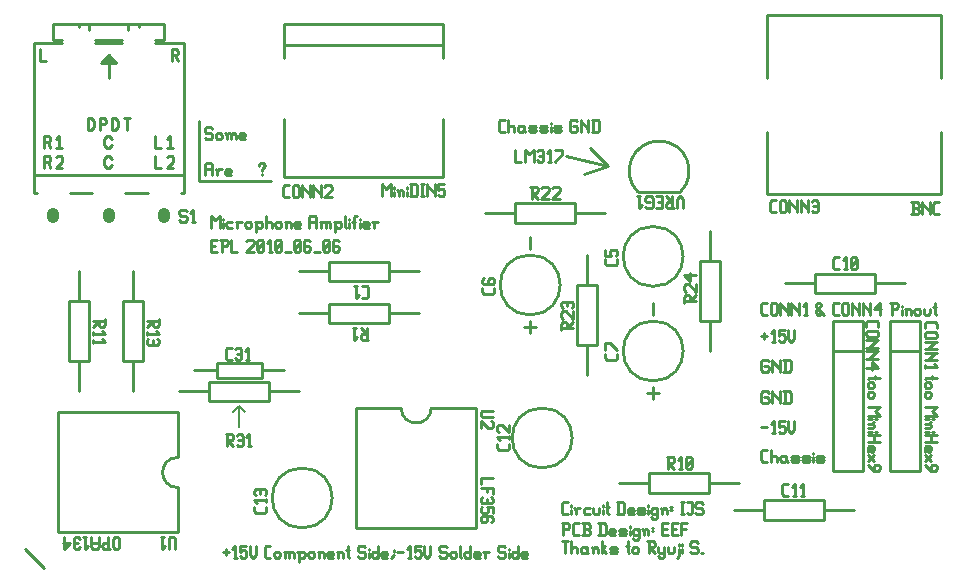
<source format=gbr>
G04 start of page 8 for group -4079 idx -4079 *
G04 Title: (unknown), topsilk *
G04 Creator: pcb 20110918 *
G04 CreationDate: Tue Dec 24 19:59:21 2013 UTC *
G04 For: fosse *
G04 Format: Gerber/RS-274X *
G04 PCB-Dimensions: 316500 193500 *
G04 PCB-Coordinate-Origin: lower left *
%MOIN*%
%FSLAX25Y25*%
%LNTOPSILK*%
%ADD90C,0.0400*%
%ADD89C,0.0060*%
%ADD88C,0.0110*%
%ADD87C,0.0100*%
G54D87*X62000Y135000D02*X86000D01*
X62000Y155000D02*Y135000D01*
G54D88*X4000Y12500D02*X10500Y6000D01*
G54D89*X75500Y53000D02*Y60000D01*
X73500Y58000D01*
X75500Y60000D02*X77500Y58000D01*
G54D87*X198500Y140000D02*X184500Y143500D01*
X198500Y140000D02*X192500Y146000D01*
X198500Y140000D02*X190500Y137500D01*
X299500Y124050D02*X301480D01*
X301975Y124545D01*
Y125535D02*Y124545D01*
X301480Y126030D02*X301975Y125535D01*
X299995Y126030D02*X301480D01*
X299995Y128010D02*Y124050D01*
X299500Y128010D02*X301480D01*
X301975Y127515D01*
Y126525D01*
X301480Y126030D02*X301975Y126525D01*
X303163Y128010D02*Y124050D01*
Y128010D02*Y127515D01*
X305638Y125040D01*
Y128010D02*Y124050D01*
X307321D02*X308806D01*
X306826Y124545D02*X307321Y124050D01*
X306826Y127515D02*Y124545D01*
Y127515D02*X307321Y128010D01*
X308806D01*
X304545Y69505D02*X308010D01*
X304545D02*X304050Y69010D01*
X306525Y70000D02*Y69010D01*
X304545Y68020D02*X305535D01*
X306030Y67525D01*
Y66535D01*
X305535Y66040D01*
X304545D02*X305535D01*
X304050Y66535D02*X304545Y66040D01*
X304050Y67525D02*Y66535D01*
X304545Y68020D02*X304050Y67525D01*
X304545Y64852D02*X305535D01*
X306030Y64357D01*
Y63367D01*
X305535Y62872D01*
X304545D02*X305535D01*
X304050Y63367D02*X304545Y62872D01*
X304050Y64357D02*Y63367D01*
X304545Y64852D02*X304050Y64357D01*
Y59902D02*X308010D01*
X306525Y58417D01*
X308010Y56932D01*
X304050D02*X308010D01*
X306525Y55744D02*X307020D01*
X304050D02*X305535D01*
X304050Y54259D02*X305535D01*
X306030Y53764D01*
Y53269D01*
X305535Y52774D01*
X304050D02*X305535D01*
X306030Y54754D02*X305535Y54259D01*
X306525Y51586D02*X307020D01*
X304050D02*X305535D01*
X304050Y50596D02*X308010D01*
X304050Y48121D02*X308010D01*
X306030Y50596D02*Y48121D01*
X304050Y46438D02*Y44953D01*
X304545Y46933D02*X304050Y46438D01*
X304545Y46933D02*X305535D01*
X306030Y46438D01*
Y45448D01*
X305535Y44953D01*
X305040Y46933D02*Y44953D01*
X305535D01*
X306030Y43765D02*X304050Y41785D01*
Y43765D02*X306030Y41785D01*
X304050Y40597D02*X306030Y38617D01*
X307515D01*
X308010Y39112D02*X307515Y38617D01*
X308010Y40102D02*Y39112D01*
X307515Y40597D02*X308010Y40102D01*
X306525Y40597D02*X307515D01*
X306525D02*X306030Y40102D01*
Y38617D01*
X285545Y69505D02*X289010D01*
X285545D02*X285050Y69010D01*
X287525Y70000D02*Y69010D01*
X285545Y68020D02*X286535D01*
X287030Y67525D01*
Y66535D01*
X286535Y66040D01*
X285545D02*X286535D01*
X285050Y66535D02*X285545Y66040D01*
X285050Y67525D02*Y66535D01*
X285545Y68020D02*X285050Y67525D01*
X285545Y64852D02*X286535D01*
X287030Y64357D01*
Y63367D01*
X286535Y62872D01*
X285545D02*X286535D01*
X285050Y63367D02*X285545Y62872D01*
X285050Y64357D02*Y63367D01*
X285545Y64852D02*X285050Y64357D01*
Y59902D02*X289010D01*
X287525Y58417D01*
X289010Y56932D01*
X285050D02*X289010D01*
X287525Y55744D02*X288020D01*
X285050D02*X286535D01*
X285050Y54259D02*X286535D01*
X287030Y53764D01*
Y53269D01*
X286535Y52774D01*
X285050D02*X286535D01*
X287030Y54754D02*X286535Y54259D01*
X287525Y51586D02*X288020D01*
X285050D02*X286535D01*
X285050Y50596D02*X289010D01*
X285050Y48121D02*X289010D01*
X287030Y50596D02*Y48121D01*
X285050Y46438D02*Y44953D01*
X285545Y46933D02*X285050Y46438D01*
X285545Y46933D02*X286535D01*
X287030Y46438D01*
Y45448D01*
X286535Y44953D01*
X286040Y46933D02*Y44953D01*
X286535D01*
X287030Y43765D02*X285050Y41785D01*
Y43765D02*X287030Y41785D01*
X285050Y40597D02*X287030Y38617D01*
X288515D01*
X289010Y39112D02*X288515Y38617D01*
X289010Y40102D02*Y39112D01*
X288515Y40597D02*X289010Y40102D01*
X287525Y40597D02*X288515D01*
X287525D02*X287030Y40102D01*
Y38617D01*
X250000Y90500D02*X251500D01*
X249500Y91000D02*X250000Y90500D01*
X249500Y94000D02*Y91000D01*
Y94000D02*X250000Y94500D01*
X251500D01*
X252700Y94000D02*Y91000D01*
Y94000D02*X253200Y94500D01*
X254200D01*
X254700Y94000D01*
Y91000D01*
X254200Y90500D02*X254700Y91000D01*
X253200Y90500D02*X254200D01*
X252700Y91000D02*X253200Y90500D01*
X255900Y94500D02*Y90500D01*
Y94500D02*Y94000D01*
X258400Y91500D01*
Y94500D02*Y90500D01*
X259600Y94500D02*Y90500D01*
Y94500D02*Y94000D01*
X262100Y91500D01*
Y94500D02*Y90500D01*
X263800D02*X264800D01*
X264300Y94500D02*Y90500D01*
X263300Y93500D02*X264300Y94500D01*
X267800Y91000D02*X268300Y90500D01*
X267800Y94000D02*Y93000D01*
Y94000D02*X268300Y94500D01*
X267800Y92000D02*X269300Y93500D01*
X268300Y90500D02*X268800D01*
X269800Y91500D01*
X267800Y93000D02*X270300Y90500D01*
X268300Y94500D02*X268800D01*
X269300Y94000D01*
Y93500D01*
X267800Y92000D02*Y91000D01*
X273800Y90500D02*X275300D01*
X273300Y91000D02*X273800Y90500D01*
X273300Y94000D02*Y91000D01*
Y94000D02*X273800Y94500D01*
X275300D01*
X276500Y94000D02*Y91000D01*
Y94000D02*X277000Y94500D01*
X278000D01*
X278500Y94000D01*
Y91000D01*
X278000Y90500D02*X278500Y91000D01*
X277000Y90500D02*X278000D01*
X276500Y91000D02*X277000Y90500D01*
X279700Y94500D02*Y90500D01*
Y94500D02*Y94000D01*
X282200Y91500D01*
Y94500D02*Y90500D01*
X283400Y94500D02*Y90500D01*
Y94500D02*Y94000D01*
X285900Y91500D01*
Y94500D02*Y90500D01*
X287100Y92500D02*X289100Y94500D01*
X287100Y92500D02*X289600D01*
X289100Y94500D02*Y90500D01*
X293100Y94500D02*Y90500D01*
X292600Y94500D02*X294600D01*
X295100Y94000D01*
Y93000D01*
X294600Y92500D02*X295100Y93000D01*
X293100Y92500D02*X294600D01*
X296300Y93500D02*Y93000D01*
Y92000D02*Y90500D01*
X297800Y92000D02*Y90500D01*
Y92000D02*X298300Y92500D01*
X298800D01*
X299300Y92000D01*
Y90500D01*
X297300Y92500D02*X297800Y92000D01*
X300500D02*Y91000D01*
Y92000D02*X301000Y92500D01*
X302000D01*
X302500Y92000D01*
Y91000D01*
X302000Y90500D02*X302500Y91000D01*
X301000Y90500D02*X302000D01*
X300500Y91000D02*X301000Y90500D01*
X303700Y92500D02*Y91000D01*
X304200Y90500D01*
X305200D01*
X305700Y91000D01*
Y92500D02*Y91000D01*
X307400Y94500D02*Y91000D01*
X307900Y90500D01*
X306900Y93000D02*X307900D01*
X249500Y83530D02*X251480D01*
X250490Y84520D02*Y82540D01*
X253163Y81550D02*X254153D01*
X253658Y85510D02*Y81550D01*
X252668Y84520D02*X253658Y85510D01*
X255341D02*X257321D01*
X255341D02*Y83530D01*
X255836Y84025D01*
X256826D01*
X257321Y83530D01*
Y82045D01*
X256826Y81550D02*X257321Y82045D01*
X255836Y81550D02*X256826D01*
X255341Y82045D02*X255836Y81550D01*
X258509Y85510D02*Y82540D01*
X259499Y81550D01*
X260489Y82540D01*
Y85510D02*Y82540D01*
X251480Y75510D02*X251975Y75015D01*
X249995Y75510D02*X251480D01*
X249500Y75015D02*X249995Y75510D01*
X249500Y75015D02*Y72045D01*
X249995Y71550D01*
X251480D01*
X251975Y72045D01*
Y73035D02*Y72045D01*
X251480Y73530D02*X251975Y73035D01*
X250490Y73530D02*X251480D01*
X253163Y75510D02*Y71550D01*
Y75510D02*Y75015D01*
X255638Y72540D01*
Y75510D02*Y71550D01*
X257321Y75510D02*Y71550D01*
X258806Y75510D02*X259301Y75015D01*
Y72045D01*
X258806Y71550D02*X259301Y72045D01*
X256826Y71550D02*X258806D01*
X256826Y75510D02*X258806D01*
X251480Y65010D02*X251975Y64515D01*
X249995Y65010D02*X251480D01*
X249500Y64515D02*X249995Y65010D01*
X249500Y64515D02*Y61545D01*
X249995Y61050D01*
X251480D01*
X251975Y61545D01*
Y62535D02*Y61545D01*
X251480Y63030D02*X251975Y62535D01*
X250490Y63030D02*X251480D01*
X253163Y65010D02*Y61050D01*
Y65010D02*Y64515D01*
X255638Y62040D01*
Y65010D02*Y61050D01*
X257321Y65010D02*Y61050D01*
X258806Y65010D02*X259301Y64515D01*
Y61545D01*
X258806Y61050D02*X259301Y61545D01*
X256826Y61050D02*X258806D01*
X256826Y65010D02*X258806D01*
X249995Y41550D02*X251480D01*
X249500Y42045D02*X249995Y41550D01*
X249500Y45015D02*Y42045D01*
Y45015D02*X249995Y45510D01*
X251480D01*
X252668D02*Y41550D01*
Y43035D02*X253163Y43530D01*
X254153D01*
X254648Y43035D01*
Y41550D01*
X257321Y43530D02*X257816Y43035D01*
X256331Y43530D02*X257321D01*
X255836Y43035D02*X256331Y43530D01*
X255836Y43035D02*Y42045D01*
X256331Y41550D01*
X257816Y43530D02*Y42045D01*
X258311Y41550D01*
X256331D02*X257321D01*
X257816Y42045D01*
X259994Y41550D02*X261479D01*
X261974Y42045D01*
X261479Y42540D02*X261974Y42045D01*
X259994Y42540D02*X261479D01*
X259499Y43035D02*X259994Y42540D01*
X259499Y43035D02*X259994Y43530D01*
X261479D01*
X261974Y43035D01*
X259499Y42045D02*X259994Y41550D01*
X263657D02*X265142D01*
X265637Y42045D01*
X265142Y42540D02*X265637Y42045D01*
X263657Y42540D02*X265142D01*
X263162Y43035D02*X263657Y42540D01*
X263162Y43035D02*X263657Y43530D01*
X265142D01*
X265637Y43035D01*
X263162Y42045D02*X263657Y41550D01*
X266825Y44520D02*Y44025D01*
Y43035D02*Y41550D01*
X268310D02*X269795D01*
X270290Y42045D01*
X269795Y42540D02*X270290Y42045D01*
X268310Y42540D02*X269795D01*
X267815Y43035D02*X268310Y42540D01*
X267815Y43035D02*X268310Y43530D01*
X269795D01*
X270290Y43035D01*
X267815Y42045D02*X268310Y41550D01*
X249500Y53030D02*X251480D01*
X253163Y51050D02*X254153D01*
X253658Y55010D02*Y51050D01*
X252668Y54020D02*X253658Y55010D01*
X255341D02*X257321D01*
X255341D02*Y53030D01*
X255836Y53525D01*
X256826D01*
X257321Y53030D01*
Y51545D01*
X256826Y51050D02*X257321Y51545D01*
X255836Y51050D02*X256826D01*
X255341Y51545D02*X255836Y51050D01*
X258509Y55010D02*Y52040D01*
X259499Y51050D01*
X260489Y52040D01*
Y55010D02*Y52040D01*
X156050Y36000D02*X160010D01*
X156050D02*Y34020D01*
Y32832D02*X160010D01*
Y30852D01*
X158030Y32832D02*Y31347D01*
X159515Y29664D02*X160010Y29169D01*
Y28179D01*
X159515Y27684D01*
X156545D02*X159515D01*
X156050Y28179D02*X156545Y27684D01*
X156050Y29169D02*Y28179D01*
X156545Y29664D02*X156050Y29169D01*
X158030D02*Y27684D01*
X160010Y26496D02*Y24516D01*
X158030Y26496D02*X160010D01*
X158030D02*X158525Y26001D01*
Y25011D01*
X158030Y24516D01*
X156545D02*X158030D01*
X156050Y25011D02*X156545Y24516D01*
X156050Y26001D02*Y25011D01*
X156545Y26496D02*X156050Y26001D01*
X160010Y21843D02*X159515Y21348D01*
X160010Y22833D02*Y21843D01*
X159515Y23328D02*X160010Y22833D01*
X156545Y23328D02*X159515D01*
X156545D02*X156050Y22833D01*
X158030Y21843D02*X157535Y21348D01*
X158030Y23328D02*Y21843D01*
X156050Y22833D02*Y21843D01*
X156545Y21348D01*
X157535D01*
X70000Y11530D02*X71980D01*
X70990Y12520D02*Y10540D01*
X73663Y9550D02*X74653D01*
X74158Y13510D02*Y9550D01*
X73168Y12520D02*X74158Y13510D01*
X75841D02*X77821D01*
X75841D02*Y11530D01*
X76336Y12025D01*
X77326D01*
X77821Y11530D01*
Y10045D01*
X77326Y9550D02*X77821Y10045D01*
X76336Y9550D02*X77326D01*
X75841Y10045D02*X76336Y9550D01*
X79009Y13510D02*Y10540D01*
X79999Y9550D01*
X80989Y10540D01*
Y13510D02*Y10540D01*
X84454Y9550D02*X85939D01*
X83959Y10045D02*X84454Y9550D01*
X83959Y13015D02*Y10045D01*
Y13015D02*X84454Y13510D01*
X85939D01*
X87127Y11035D02*Y10045D01*
Y11035D02*X87622Y11530D01*
X88612D01*
X89107Y11035D01*
Y10045D01*
X88612Y9550D02*X89107Y10045D01*
X87622Y9550D02*X88612D01*
X87127Y10045D02*X87622Y9550D01*
X90790Y11035D02*Y9550D01*
Y11035D02*X91285Y11530D01*
X91780D01*
X92275Y11035D01*
Y9550D01*
Y11035D02*X92770Y11530D01*
X93265D01*
X93760Y11035D01*
Y9550D01*
X90295Y11530D02*X90790Y11035D01*
X95443D02*Y8065D01*
X94948Y11530D02*X95443Y11035D01*
X95938Y11530D01*
X96928D01*
X97423Y11035D01*
Y10045D01*
X96928Y9550D02*X97423Y10045D01*
X95938Y9550D02*X96928D01*
X95443Y10045D02*X95938Y9550D01*
X98611Y11035D02*Y10045D01*
Y11035D02*X99106Y11530D01*
X100096D01*
X100591Y11035D01*
Y10045D01*
X100096Y9550D02*X100591Y10045D01*
X99106Y9550D02*X100096D01*
X98611Y10045D02*X99106Y9550D01*
X102274Y11035D02*Y9550D01*
Y11035D02*X102769Y11530D01*
X103264D01*
X103759Y11035D01*
Y9550D01*
X101779Y11530D02*X102274Y11035D01*
X105442Y9550D02*X106927D01*
X104947Y10045D02*X105442Y9550D01*
X104947Y11035D02*Y10045D01*
Y11035D02*X105442Y11530D01*
X106432D01*
X106927Y11035D01*
X104947Y10540D02*X106927D01*
Y11035D02*Y10540D01*
X108610Y11035D02*Y9550D01*
Y11035D02*X109105Y11530D01*
X109600D01*
X110095Y11035D01*
Y9550D01*
X108115Y11530D02*X108610Y11035D01*
X111778Y13510D02*Y10045D01*
X112273Y9550D01*
X111283Y12025D02*X112273D01*
X117025Y13510D02*X117520Y13015D01*
X115540Y13510D02*X117025D01*
X115045Y13015D02*X115540Y13510D01*
X115045Y13015D02*Y12025D01*
X115540Y11530D01*
X117025D01*
X117520Y11035D01*
Y10045D01*
X117025Y9550D02*X117520Y10045D01*
X115540Y9550D02*X117025D01*
X115045Y10045D02*X115540Y9550D01*
X118708Y12520D02*Y12025D01*
Y11035D02*Y9550D01*
X121678Y13510D02*Y9550D01*
X121183D02*X121678Y10045D01*
X120193Y9550D02*X121183D01*
X119698Y10045D02*X120193Y9550D01*
X119698Y11035D02*Y10045D01*
Y11035D02*X120193Y11530D01*
X121183D01*
X121678Y11035D01*
X123361Y9550D02*X124846D01*
X122866Y10045D02*X123361Y9550D01*
X122866Y11035D02*Y10045D01*
Y11035D02*X123361Y11530D01*
X124351D01*
X124846Y11035D01*
X122866Y10540D02*X124846D01*
Y11035D02*Y10540D01*
X126034Y9550D02*X127024Y10540D01*
Y12025D02*Y11530D01*
X128212D02*X130192D01*
X131875Y9550D02*X132865D01*
X132370Y13510D02*Y9550D01*
X131380Y12520D02*X132370Y13510D01*
X134053D02*X136033D01*
X134053D02*Y11530D01*
X134548Y12025D01*
X135538D01*
X136033Y11530D01*
Y10045D01*
X135538Y9550D02*X136033Y10045D01*
X134548Y9550D02*X135538D01*
X134053Y10045D02*X134548Y9550D01*
X137221Y13510D02*Y10540D01*
X138211Y9550D01*
X139201Y10540D01*
Y13510D02*Y10540D01*
X144151Y13510D02*X144646Y13015D01*
X142666Y13510D02*X144151D01*
X142171Y13015D02*X142666Y13510D01*
X142171Y13015D02*Y12025D01*
X142666Y11530D01*
X144151D01*
X144646Y11035D01*
Y10045D01*
X144151Y9550D02*X144646Y10045D01*
X142666Y9550D02*X144151D01*
X142171Y10045D02*X142666Y9550D01*
X145834Y11035D02*Y10045D01*
Y11035D02*X146329Y11530D01*
X147319D01*
X147814Y11035D01*
Y10045D01*
X147319Y9550D02*X147814Y10045D01*
X146329Y9550D02*X147319D01*
X145834Y10045D02*X146329Y9550D01*
X149002Y13510D02*Y10045D01*
X149497Y9550D01*
X152467Y13510D02*Y9550D01*
X151972D02*X152467Y10045D01*
X150982Y9550D02*X151972D01*
X150487Y10045D02*X150982Y9550D01*
X150487Y11035D02*Y10045D01*
Y11035D02*X150982Y11530D01*
X151972D01*
X152467Y11035D01*
X154150Y9550D02*X155635D01*
X153655Y10045D02*X154150Y9550D01*
X153655Y11035D02*Y10045D01*
Y11035D02*X154150Y11530D01*
X155140D01*
X155635Y11035D01*
X153655Y10540D02*X155635D01*
Y11035D02*Y10540D01*
X157318Y11035D02*Y9550D01*
Y11035D02*X157813Y11530D01*
X158803D01*
X156823D02*X157318Y11035D01*
X163753Y13510D02*X164248Y13015D01*
X162268Y13510D02*X163753D01*
X161773Y13015D02*X162268Y13510D01*
X161773Y13015D02*Y12025D01*
X162268Y11530D01*
X163753D01*
X164248Y11035D01*
Y10045D01*
X163753Y9550D02*X164248Y10045D01*
X162268Y9550D02*X163753D01*
X161773Y10045D02*X162268Y9550D01*
X165436Y12520D02*Y12025D01*
Y11035D02*Y9550D01*
X168406Y13510D02*Y9550D01*
X167911D02*X168406Y10045D01*
X166921Y9550D02*X167911D01*
X166426Y10045D02*X166921Y9550D01*
X166426Y11035D02*Y10045D01*
Y11035D02*X166921Y11530D01*
X167911D01*
X168406Y11035D01*
X170089Y9550D02*X171574D01*
X169594Y10045D02*X170089Y9550D01*
X169594Y11035D02*Y10045D01*
Y11035D02*X170089Y11530D01*
X171079D01*
X171574Y11035D01*
X169594Y10540D02*X171574D01*
Y11035D02*Y10540D01*
X35500Y15955D02*Y12985D01*
X35005Y12490D01*
X34015D02*X35005D01*
X34015D02*X33520Y12985D01*
Y15955D02*Y12985D01*
X34015Y16450D02*X33520Y15955D01*
X34015Y16450D02*X35005D01*
X35500Y15955D02*X35005Y16450D01*
X31837D02*Y12490D01*
X30352D02*X32332D01*
X30352D02*X29857Y12985D01*
Y13975D02*Y12985D01*
X30352Y14470D02*X29857Y13975D01*
X30352Y14470D02*X31837D01*
X28669Y16450D02*Y12985D01*
X28174Y12490D01*
X26689D02*X28174D01*
X26689D02*X26194Y12985D01*
Y16450D02*Y12985D01*
Y14470D02*X28669D01*
X23521Y16450D02*X24511D01*
X24016D02*Y12490D01*
X25006Y13480D02*X24016Y12490D01*
X22333Y12985D02*X21838Y12490D01*
X20848D02*X21838D01*
X20848D02*X20353Y12985D01*
Y15955D02*Y12985D01*
X20848Y16450D02*X20353Y15955D01*
X20848Y16450D02*X21838D01*
X22333Y15955D02*X21838Y16450D01*
X20353Y14470D02*X21838D01*
X19165D02*X17185Y12490D01*
X16690Y14470D02*X19165D01*
X17185Y16450D02*Y12490D01*
X162495Y151550D02*X163980D01*
X162000Y152045D02*X162495Y151550D01*
X162000Y155015D02*Y152045D01*
Y155015D02*X162495Y155510D01*
X163980D01*
X165168D02*Y151550D01*
Y153035D02*X165663Y153530D01*
X166653D01*
X167148Y153035D01*
Y151550D01*
X169821Y153530D02*X170316Y153035D01*
X168831Y153530D02*X169821D01*
X168336Y153035D02*X168831Y153530D01*
X168336Y153035D02*Y152045D01*
X168831Y151550D01*
X170316Y153530D02*Y152045D01*
X170811Y151550D01*
X168831D02*X169821D01*
X170316Y152045D01*
X172494Y151550D02*X173979D01*
X174474Y152045D01*
X173979Y152540D02*X174474Y152045D01*
X172494Y152540D02*X173979D01*
X171999Y153035D02*X172494Y152540D01*
X171999Y153035D02*X172494Y153530D01*
X173979D01*
X174474Y153035D01*
X171999Y152045D02*X172494Y151550D01*
X176157D02*X177642D01*
X178137Y152045D01*
X177642Y152540D02*X178137Y152045D01*
X176157Y152540D02*X177642D01*
X175662Y153035D02*X176157Y152540D01*
X175662Y153035D02*X176157Y153530D01*
X177642D01*
X178137Y153035D01*
X175662Y152045D02*X176157Y151550D01*
X179325Y154520D02*Y154025D01*
Y153035D02*Y151550D01*
X180810D02*X182295D01*
X182790Y152045D01*
X182295Y152540D02*X182790Y152045D01*
X180810Y152540D02*X182295D01*
X180315Y153035D02*X180810Y152540D01*
X180315Y153035D02*X180810Y153530D01*
X182295D01*
X182790Y153035D01*
X180315Y152045D02*X180810Y151550D01*
X187740Y155510D02*X188235Y155015D01*
X186255Y155510D02*X187740D01*
X185760Y155015D02*X186255Y155510D01*
X185760Y155015D02*Y152045D01*
X186255Y151550D01*
X187740D01*
X188235Y152045D01*
Y153035D02*Y152045D01*
X187740Y153530D02*X188235Y153035D01*
X186750Y153530D02*X187740D01*
X189423Y155510D02*Y151550D01*
Y155510D02*Y155015D01*
X191898Y152540D01*
Y155510D02*Y151550D01*
X193581Y155510D02*Y151550D01*
X195066Y155510D02*X195561Y155015D01*
Y152045D01*
X195066Y151550D02*X195561Y152045D01*
X193086Y151550D02*X195066D01*
X193086Y155510D02*X195066D01*
X64000Y140515D02*Y137050D01*
Y140515D02*X64495Y141010D01*
X65980D01*
X66475Y140515D01*
Y137050D01*
X64000Y139030D02*X66475D01*
X68158Y138535D02*Y137050D01*
Y138535D02*X68653Y139030D01*
X69643D01*
X67663D02*X68158Y138535D01*
X71326Y137050D02*X72811D01*
X70831Y137545D02*X71326Y137050D01*
X70831Y138535D02*Y137545D01*
Y138535D02*X71326Y139030D01*
X72316D01*
X72811Y138535D01*
X70831Y138040D02*X72811D01*
Y138535D02*Y138040D01*
X123000Y134010D02*Y130050D01*
Y134010D02*X124485Y132525D01*
X125970Y134010D01*
Y130050D01*
X127158Y133020D02*Y132525D01*
Y131535D02*Y130050D01*
X128643Y131535D02*Y130050D01*
Y131535D02*X129138Y132030D01*
X129633D01*
X130128Y131535D01*
Y130050D01*
X128148Y132030D02*X128643Y131535D01*
X131316Y133020D02*Y132525D01*
Y131535D02*Y130050D01*
X132801Y134010D02*Y130050D01*
X134286Y134010D02*X134781Y133515D01*
Y130545D01*
X134286Y130050D02*X134781Y130545D01*
X132306Y130050D02*X134286D01*
X132306Y134010D02*X134286D01*
X135969D02*X136959D01*
X136464D02*Y130050D01*
X135969D02*X136959D01*
X138147Y134010D02*Y130050D01*
Y134010D02*Y133515D01*
X140622Y131040D01*
Y134010D02*Y130050D01*
X141810Y134010D02*X143790D01*
X141810D02*Y132030D01*
X142305Y132525D01*
X143295D01*
X143790Y132030D01*
Y130545D01*
X143295Y130050D02*X143790Y130545D01*
X142305Y130050D02*X143295D01*
X141810Y130545D02*X142305Y130050D01*
X82990Y139030D02*Y138535D01*
Y137545D02*Y137050D01*
X82000Y140515D02*Y140020D01*
Y140515D02*X82495Y141010D01*
X83485D01*
X83980Y140515D01*
Y140020D01*
X82990Y139030D02*X83980Y140020D01*
X167500Y145510D02*Y141550D01*
X169480D01*
X170668Y145510D02*Y141550D01*
Y145510D02*X172153Y144025D01*
X173638Y145510D01*
Y141550D01*
X174826Y145015D02*X175321Y145510D01*
X176311D01*
X176806Y145015D01*
Y142045D01*
X176311Y141550D02*X176806Y142045D01*
X175321Y141550D02*X176311D01*
X174826Y142045D02*X175321Y141550D01*
Y143530D02*X176806D01*
X178489Y141550D02*X179479D01*
X178984Y145510D02*Y141550D01*
X177994Y144520D02*X178984Y145510D01*
X180667Y141550D02*X183142Y144025D01*
Y145510D02*Y144025D01*
X180667Y145510D02*X183142D01*
X65980Y153010D02*X66475Y152515D01*
X64495Y153010D02*X65980D01*
X64000Y152515D02*X64495Y153010D01*
X64000Y152515D02*Y151525D01*
X64495Y151030D01*
X65980D01*
X66475Y150535D01*
Y149545D01*
X65980Y149050D02*X66475Y149545D01*
X64495Y149050D02*X65980D01*
X64000Y149545D02*X64495Y149050D01*
X67663Y150535D02*Y149545D01*
Y150535D02*X68158Y151030D01*
X69148D01*
X69643Y150535D01*
Y149545D01*
X69148Y149050D02*X69643Y149545D01*
X68158Y149050D02*X69148D01*
X67663Y149545D02*X68158Y149050D01*
X71326Y150535D02*Y149050D01*
Y150535D02*X71821Y151030D01*
X72316D01*
X72811Y150535D01*
Y149050D01*
Y150535D02*X73306Y151030D01*
X73801D01*
X74296Y150535D01*
Y149050D01*
X70831Y151030D02*X71326Y150535D01*
X75979Y149050D02*X77464D01*
X75484Y149545D02*X75979Y149050D01*
X75484Y150535D02*Y149545D01*
Y150535D02*X75979Y151030D01*
X76969D01*
X77464Y150535D01*
X75484Y150040D02*X77464D01*
Y150535D02*Y150040D01*
X66000Y113500D02*X67500D01*
X66000Y111500D02*X68000D01*
X66000Y115500D02*Y111500D01*
Y115500D02*X68000D01*
X69700D02*Y111500D01*
X69200Y115500D02*X71200D01*
X71700Y115000D01*
Y114000D01*
X71200Y113500D02*X71700Y114000D01*
X69700Y113500D02*X71200D01*
X72900Y115500D02*Y111500D01*
X74900D01*
X77900Y115000D02*X78400Y115500D01*
X79900D01*
X80400Y115000D01*
Y114000D01*
X77900Y111500D02*X80400Y114000D01*
X77900Y111500D02*X80400D01*
X81600Y112000D02*X82100Y111500D01*
X81600Y115000D02*Y112000D01*
Y115000D02*X82100Y115500D01*
X83100D01*
X83600Y115000D01*
Y112000D01*
X83100Y111500D02*X83600Y112000D01*
X82100Y111500D02*X83100D01*
X81600Y112500D02*X83600Y114500D01*
X85300Y111500D02*X86300D01*
X85800Y115500D02*Y111500D01*
X84800Y114500D02*X85800Y115500D01*
X87500Y112000D02*X88000Y111500D01*
X87500Y115000D02*Y112000D01*
Y115000D02*X88000Y115500D01*
X89000D01*
X89500Y115000D01*
Y112000D01*
X89000Y111500D02*X89500Y112000D01*
X88000Y111500D02*X89000D01*
X87500Y112500D02*X89500Y114500D01*
X90700Y111500D02*X92700D01*
X93900Y112000D02*X94400Y111500D01*
X93900Y115000D02*Y112000D01*
Y115000D02*X94400Y115500D01*
X95400D01*
X95900Y115000D01*
Y112000D01*
X95400Y111500D02*X95900Y112000D01*
X94400Y111500D02*X95400D01*
X93900Y112500D02*X95900Y114500D01*
X98600Y115500D02*X99100Y115000D01*
X97600Y115500D02*X98600D01*
X97100Y115000D02*X97600Y115500D01*
X97100Y115000D02*Y112000D01*
X97600Y111500D01*
X98600Y113500D02*X99100Y113000D01*
X97100Y113500D02*X98600D01*
X97600Y111500D02*X98600D01*
X99100Y112000D01*
Y113000D02*Y112000D01*
X100300Y111500D02*X102300D01*
X103500Y112000D02*X104000Y111500D01*
X103500Y115000D02*Y112000D01*
Y115000D02*X104000Y115500D01*
X105000D01*
X105500Y115000D01*
Y112000D01*
X105000Y111500D02*X105500Y112000D01*
X104000Y111500D02*X105000D01*
X103500Y112500D02*X105500Y114500D01*
X108200Y115500D02*X108700Y115000D01*
X107200Y115500D02*X108200D01*
X106700Y115000D02*X107200Y115500D01*
X106700Y115000D02*Y112000D01*
X107200Y111500D01*
X108200Y113500D02*X108700Y113000D01*
X106700Y113500D02*X108200D01*
X107200Y111500D02*X108200D01*
X108700Y112000D01*
Y113000D02*Y112000D01*
X66000Y123510D02*Y119550D01*
Y123510D02*X67485Y122025D01*
X68970Y123510D01*
Y119550D01*
X70158Y122520D02*Y122025D01*
Y121035D02*Y119550D01*
X71643Y121530D02*X73128D01*
X71148Y121035D02*X71643Y121530D01*
X71148Y121035D02*Y120045D01*
X71643Y119550D01*
X73128D01*
X74811Y121035D02*Y119550D01*
Y121035D02*X75306Y121530D01*
X76296D01*
X74316D02*X74811Y121035D01*
X77484D02*Y120045D01*
Y121035D02*X77979Y121530D01*
X78969D01*
X79464Y121035D01*
Y120045D01*
X78969Y119550D02*X79464Y120045D01*
X77979Y119550D02*X78969D01*
X77484Y120045D02*X77979Y119550D01*
X81147Y121035D02*Y118065D01*
X80652Y121530D02*X81147Y121035D01*
X81642Y121530D01*
X82632D01*
X83127Y121035D01*
Y120045D01*
X82632Y119550D02*X83127Y120045D01*
X81642Y119550D02*X82632D01*
X81147Y120045D02*X81642Y119550D01*
X84315Y123510D02*Y119550D01*
Y121035D02*X84810Y121530D01*
X85800D01*
X86295Y121035D01*
Y119550D01*
X87483Y121035D02*Y120045D01*
Y121035D02*X87978Y121530D01*
X88968D01*
X89463Y121035D01*
Y120045D01*
X88968Y119550D02*X89463Y120045D01*
X87978Y119550D02*X88968D01*
X87483Y120045D02*X87978Y119550D01*
X91146Y121035D02*Y119550D01*
Y121035D02*X91641Y121530D01*
X92136D01*
X92631Y121035D01*
Y119550D01*
X90651Y121530D02*X91146Y121035D01*
X94314Y119550D02*X95799D01*
X93819Y120045D02*X94314Y119550D01*
X93819Y121035D02*Y120045D01*
Y121035D02*X94314Y121530D01*
X95304D01*
X95799Y121035D01*
X93819Y120540D02*X95799D01*
Y121035D02*Y120540D01*
X98769Y123015D02*Y119550D01*
Y123015D02*X99264Y123510D01*
X100749D01*
X101244Y123015D01*
Y119550D01*
X98769Y121530D02*X101244D01*
X102927Y121035D02*Y119550D01*
Y121035D02*X103422Y121530D01*
X103917D01*
X104412Y121035D01*
Y119550D01*
Y121035D02*X104907Y121530D01*
X105402D01*
X105897Y121035D01*
Y119550D01*
X102432Y121530D02*X102927Y121035D01*
X107580D02*Y118065D01*
X107085Y121530D02*X107580Y121035D01*
X108075Y121530D01*
X109065D01*
X109560Y121035D01*
Y120045D01*
X109065Y119550D02*X109560Y120045D01*
X108075Y119550D02*X109065D01*
X107580Y120045D02*X108075Y119550D01*
X110748Y123510D02*Y120045D01*
X111243Y119550D01*
X112233Y122520D02*Y122025D01*
Y121035D02*Y119550D01*
X113718Y123015D02*Y119550D01*
Y123015D02*X114213Y123510D01*
X114708D01*
X113223Y121530D02*X114213D01*
X115698Y122520D02*Y122025D01*
Y121035D02*Y119550D01*
X117183D02*X118668D01*
X116688Y120045D02*X117183Y119550D01*
X116688Y121035D02*Y120045D01*
Y121035D02*X117183Y121530D01*
X118173D01*
X118668Y121035D01*
X116688Y120540D02*X118668D01*
Y121035D02*Y120540D01*
X120351Y121035D02*Y119550D01*
Y121035D02*X120846Y121530D01*
X121836D01*
X119856D02*X120351Y121035D01*
X183495Y24050D02*X184980D01*
X183000Y24545D02*X183495Y24050D01*
X183000Y27515D02*Y24545D01*
Y27515D02*X183495Y28010D01*
X184980D01*
X186168Y27020D02*Y26525D01*
Y25535D02*Y24050D01*
X187653Y25535D02*Y24050D01*
Y25535D02*X188148Y26030D01*
X189138D01*
X187158D02*X187653Y25535D01*
X190821Y26030D02*X192306D01*
X190326Y25535D02*X190821Y26030D01*
X190326Y25535D02*Y24545D01*
X190821Y24050D01*
X192306D01*
X193494Y26030D02*Y24545D01*
X193989Y24050D01*
X194979D01*
X195474Y24545D01*
Y26030D02*Y24545D01*
X196662Y27020D02*Y26525D01*
Y25535D02*Y24050D01*
X198147Y28010D02*Y24545D01*
X198642Y24050D01*
X197652Y26525D02*X198642D01*
X201909Y28010D02*Y24050D01*
X203394Y28010D02*X203889Y27515D01*
Y24545D01*
X203394Y24050D02*X203889Y24545D01*
X201414Y24050D02*X203394D01*
X201414Y28010D02*X203394D01*
X205572Y24050D02*X207057D01*
X205077Y24545D02*X205572Y24050D01*
X205077Y25535D02*Y24545D01*
Y25535D02*X205572Y26030D01*
X206562D01*
X207057Y25535D01*
X205077Y25040D02*X207057D01*
Y25535D02*Y25040D01*
X208740Y24050D02*X210225D01*
X210720Y24545D01*
X210225Y25040D02*X210720Y24545D01*
X208740Y25040D02*X210225D01*
X208245Y25535D02*X208740Y25040D01*
X208245Y25535D02*X208740Y26030D01*
X210225D01*
X210720Y25535D01*
X208245Y24545D02*X208740Y24050D01*
X211908Y27020D02*Y26525D01*
Y25535D02*Y24050D01*
X214383Y26030D02*X214878Y25535D01*
X213393Y26030D02*X214383D01*
X212898Y25535D02*X213393Y26030D01*
X212898Y25535D02*Y24545D01*
X213393Y24050D01*
X214383D01*
X214878Y24545D01*
X212898Y23060D02*X213393Y22565D01*
X214383D01*
X214878Y23060D01*
Y26030D02*Y23060D01*
X216561Y25535D02*Y24050D01*
Y25535D02*X217056Y26030D01*
X217551D01*
X218046Y25535D01*
Y24050D01*
X216066Y26030D02*X216561Y25535D01*
X219234Y26525D02*X219729D01*
X219234Y25535D02*X219729D01*
X222699Y28010D02*X223689D01*
X223194D02*Y24050D01*
X222699D02*X223689D01*
X224877Y28010D02*X226362D01*
Y24545D01*
X225867Y24050D02*X226362Y24545D01*
X225372Y24050D02*X225867D01*
X224877Y24545D02*X225372Y24050D01*
X229530Y28010D02*X230025Y27515D01*
X228045Y28010D02*X229530D01*
X227550Y27515D02*X228045Y28010D01*
X227550Y27515D02*Y26525D01*
X228045Y26030D01*
X229530D01*
X230025Y25535D01*
Y24545D01*
X229530Y24050D02*X230025Y24545D01*
X228045Y24050D02*X229530D01*
X227550Y24545D02*X228045Y24050D01*
X183495Y21010D02*Y17050D01*
X183000Y21010D02*X184980D01*
X185475Y20515D01*
Y19525D01*
X184980Y19030D02*X185475Y19525D01*
X183495Y19030D02*X184980D01*
X187158Y17050D02*X188643D01*
X186663Y17545D02*X187158Y17050D01*
X186663Y20515D02*Y17545D01*
Y20515D02*X187158Y21010D01*
X188643D01*
X189831Y17050D02*X191811D01*
X192306Y17545D01*
Y18535D02*Y17545D01*
X191811Y19030D02*X192306Y18535D01*
X190326Y19030D02*X191811D01*
X190326Y21010D02*Y17050D01*
X189831Y21010D02*X191811D01*
X192306Y20515D01*
Y19525D01*
X191811Y19030D02*X192306Y19525D01*
X195771Y21010D02*Y17050D01*
X197256Y21010D02*X197751Y20515D01*
Y17545D01*
X197256Y17050D02*X197751Y17545D01*
X195276Y17050D02*X197256D01*
X195276Y21010D02*X197256D01*
X199434Y17050D02*X200919D01*
X198939Y17545D02*X199434Y17050D01*
X198939Y18535D02*Y17545D01*
Y18535D02*X199434Y19030D01*
X200424D01*
X200919Y18535D01*
X198939Y18040D02*X200919D01*
Y18535D02*Y18040D01*
X202602Y17050D02*X204087D01*
X204582Y17545D01*
X204087Y18040D02*X204582Y17545D01*
X202602Y18040D02*X204087D01*
X202107Y18535D02*X202602Y18040D01*
X202107Y18535D02*X202602Y19030D01*
X204087D01*
X204582Y18535D01*
X202107Y17545D02*X202602Y17050D01*
X205770Y20020D02*Y19525D01*
Y18535D02*Y17050D01*
X208245Y19030D02*X208740Y18535D01*
X207255Y19030D02*X208245D01*
X206760Y18535D02*X207255Y19030D01*
X206760Y18535D02*Y17545D01*
X207255Y17050D01*
X208245D01*
X208740Y17545D01*
X206760Y16060D02*X207255Y15565D01*
X208245D01*
X208740Y16060D01*
Y19030D02*Y16060D01*
X210423Y18535D02*Y17050D01*
Y18535D02*X210918Y19030D01*
X211413D01*
X211908Y18535D01*
Y17050D01*
X209928Y19030D02*X210423Y18535D01*
X213096Y19525D02*X213591D01*
X213096Y18535D02*X213591D01*
X216561Y19030D02*X218046D01*
X216561Y17050D02*X218541D01*
X216561Y21010D02*Y17050D01*
Y21010D02*X218541D01*
X219729Y19030D02*X221214D01*
X219729Y17050D02*X221709D01*
X219729Y21010D02*Y17050D01*
Y21010D02*X221709D01*
X222897D02*Y17050D01*
Y21010D02*X224877D01*
X222897Y19030D02*X224382D01*
X183000Y15000D02*X185000D01*
X184000D02*Y11000D01*
X186200Y15000D02*Y11000D01*
Y12500D02*X186700Y13000D01*
X187700D01*
X188200Y12500D01*
Y11000D01*
X190900Y13000D02*X191400Y12500D01*
X189900Y13000D02*X190900D01*
X189400Y12500D02*X189900Y13000D01*
X189400Y12500D02*Y11500D01*
X189900Y11000D01*
X191400Y13000D02*Y11500D01*
X191900Y11000D01*
X189900D02*X190900D01*
X191400Y11500D01*
X193600Y12500D02*Y11000D01*
Y12500D02*X194100Y13000D01*
X194600D01*
X195100Y12500D01*
Y11000D01*
X193100Y13000D02*X193600Y12500D01*
X196300Y15000D02*Y11000D01*
Y12500D02*X197800Y11000D01*
X196300Y12500D02*X197300Y13500D01*
X199500Y11000D02*X201000D01*
X201500Y11500D01*
X201000Y12000D02*X201500Y11500D01*
X199500Y12000D02*X201000D01*
X199000Y12500D02*X199500Y12000D01*
X199000Y12500D02*X199500Y13000D01*
X201000D01*
X201500Y12500D01*
X199000Y11500D02*X199500Y11000D01*
X205000Y15000D02*Y11500D01*
X205500Y11000D01*
X204500Y13500D02*X205500D01*
X206500Y12500D02*Y11500D01*
Y12500D02*X207000Y13000D01*
X208000D01*
X208500Y12500D01*
Y11500D01*
X208000Y11000D02*X208500Y11500D01*
X207000Y11000D02*X208000D01*
X206500Y11500D02*X207000Y11000D01*
X211500Y15000D02*X213500D01*
X214000Y14500D01*
Y13500D01*
X213500Y13000D02*X214000Y13500D01*
X212000Y13000D02*X213500D01*
X212000Y15000D02*Y11000D01*
Y13000D02*X214000Y11000D01*
X215200Y13000D02*Y11500D01*
X215700Y11000D01*
X217200Y13000D02*Y10000D01*
X216700Y9500D02*X217200Y10000D01*
X215700Y9500D02*X216700D01*
X215200Y10000D02*X215700Y9500D01*
Y11000D02*X216700D01*
X217200Y11500D01*
X218400Y13000D02*Y11500D01*
X218900Y11000D01*
X219900D01*
X220400Y11500D01*
Y13000D02*Y11500D01*
X222100Y14000D02*Y13500D01*
Y12500D02*Y10000D01*
X221600Y9500D02*X222100Y10000D01*
X223100Y14000D02*Y13500D01*
Y12500D02*Y11000D01*
X227900Y15000D02*X228400Y14500D01*
X226400Y15000D02*X227900D01*
X225900Y14500D02*X226400Y15000D01*
X225900Y14500D02*Y13500D01*
X226400Y13000D01*
X227900D01*
X228400Y12500D01*
Y11500D01*
X227900Y11000D02*X228400Y11500D01*
X226400Y11000D02*X227900D01*
X225900Y11500D02*X226400Y11000D01*
X229600D02*X230100D01*
G54D90*X50500Y124000D02*Y123000D01*
G54D87*X57000Y131000D02*Y181000D01*
X42000Y186500D02*Y187500D01*
X8000Y131000D02*X7000D01*
X57000D02*X56000D01*
X19000D02*X26500D01*
X37500D02*X45000D01*
X25500Y185500D02*Y187500D01*
X22000Y186500D02*Y187500D01*
X7000Y181000D02*X16500D01*
X27500D02*X36500D01*
X57000D02*X47500D01*
X16500Y182000D02*X13500D01*
Y187500D01*
X50500D01*
Y182000D01*
X47500D01*
X36500D02*X27500D01*
X38500Y185500D02*Y187500D01*
G54D90*X13500Y124000D02*Y123000D01*
X32000Y124000D02*Y123000D01*
G54D87*X7000Y181000D02*Y131000D01*
Y137000D02*X57000D01*
X32000Y177000D02*Y169500D01*
Y177000D02*X29500Y174500D01*
X34500D01*
X32000Y177000D01*
Y176000D02*X33500Y174500D01*
X30500D02*X32000Y176000D01*
X25000Y156000D02*Y152000D01*
X26000D01*
X27000Y153000D01*
Y155000D01*
X26000Y156000D01*
X25000D01*
X29000Y152000D02*Y156000D01*
X30500D01*
X31000Y155500D01*
Y154500D01*
X30500Y154000D01*
X29500D01*
X35000Y155000D02*X34000Y156000D01*
X33000D01*
X12000Y150000D02*X12500Y149500D01*
Y148500D01*
X12000Y148000D01*
X11000D01*
X10500Y143500D02*X12000D01*
X12500Y143000D01*
Y142000D01*
X12000Y141500D01*
X11000D01*
X12000Y147500D02*X12500Y146000D01*
X12000Y141000D02*X12500Y139500D01*
X53000Y179000D02*Y175000D01*
Y179000D02*X54500D01*
X55000Y178500D01*
Y177500D01*
X54500Y177000D01*
X53500D01*
X54500Y176500D02*X55000Y175000D01*
X9000Y179000D02*Y175000D01*
X11000D01*
X16500Y143000D02*Y141500D01*
X10500Y143500D02*Y139500D01*
X14500Y146000D02*X16500D01*
X15500D02*Y150000D01*
X14500Y149000D01*
X47500Y139500D02*X49500D01*
X14500D02*X16500D01*
X52000Y143500D02*X53000D01*
X51500Y143000D02*X52000Y143500D01*
X53000D02*X53500Y143000D01*
Y141500D01*
X51500Y139500D01*
X53500D01*
X47500Y150000D02*Y146000D01*
X49500D01*
X51500D02*X53500D01*
X52500D02*Y150000D01*
X51500Y149000D01*
X47500Y143500D02*Y139500D01*
X16500Y141500D02*X14500Y139500D01*
Y143000D02*X15000Y143500D01*
X16000D02*X16500Y143000D01*
X15000Y143500D02*X16000D01*
X10500Y150000D02*Y146000D01*
Y150000D02*X12000D01*
X33000Y156000D02*Y152000D01*
X34000D01*
X35000Y153000D01*
Y155000D01*
X37000Y156000D02*X39000D01*
X38000D02*Y152000D01*
X30500Y142500D02*Y140500D01*
Y149000D02*Y147000D01*
X31500Y150000D02*X30500Y149000D01*
Y147000D02*X31500Y146000D01*
X32000D02*X33000Y147000D01*
X31500Y146000D02*X32000D01*
Y150000D02*X31500D01*
X33000Y142500D02*X32000Y143500D01*
X31500D01*
X30500Y142500D01*
Y140500D02*X31500Y139500D01*
X32000D02*X33000Y140500D01*
X31500Y139500D02*X32000D01*
X33000Y149000D02*X32000Y150000D01*
X15000Y58000D02*X55000D01*
X15000D02*Y18000D01*
X55000D01*
Y58000D02*Y43000D01*
Y33000D02*Y18000D01*
Y43000D02*G75*G03X55000Y33000I0J-5000D01*G01*
X96500Y19500D02*G75*G03X96500Y19500I0J10000D01*G01*
X40000Y105000D02*Y95000D01*
Y75000D02*Y65000D01*
X43300Y95000D02*Y75000D01*
X36700D02*X43300D01*
X36700Y95000D02*Y75000D01*
Y95000D02*X43300D01*
X68000Y74500D02*Y69500D01*
X83000D01*
Y74500D02*Y69500D01*
X68000Y74500D02*X83000D01*
Y72000D02*X90500D01*
X60500D02*X68000D01*
X22000Y105000D02*Y95000D01*
Y75000D02*Y65000D01*
X25300Y95000D02*Y75000D01*
X18700D02*X25300D01*
X18700Y95000D02*Y75000D01*
Y95000D02*X25300D01*
X55500Y65000D02*X65500D01*
X85500D02*X95500D01*
X65500Y68300D02*X85500D01*
Y61700D01*
X65500D02*X85500D01*
X65500Y68300D02*Y61700D01*
X191500Y80500D02*Y70500D01*
Y110500D02*Y100500D01*
X188200D02*Y80500D01*
Y100500D02*X194800D01*
Y80500D01*
X188200D02*X194800D01*
X172500Y88500D02*Y84500D01*
X170500Y86500D02*X174500D01*
X172500Y116500D02*Y112500D01*
Y90500D02*G75*G03X172500Y90500I0J10000D01*G01*
X176500Y39500D02*G75*G03X176500Y39500I0J10000D01*G01*
X309500Y190350D02*X251500D01*
X309500Y130650D02*Y151500D01*
X251500Y130650D02*X309500D01*
X251500Y190350D02*Y169500D01*
X309500Y190350D02*Y169500D01*
X251500Y130650D02*Y151500D01*
X309500Y189516D03*
X208500Y131500D02*X222500D01*
X222571Y131429D02*G75*G03X208429Y131429I-7071J7071D01*G01*
X90425Y180500D02*X143574D01*
X90425Y136406D02*Y155737D01*
Y187390D02*X143575D01*
Y136406D02*X90425D01*
Y187390D02*Y176052D01*
X143575Y187390D02*Y176052D01*
Y136406D02*Y155737D01*
X157500Y124500D02*X167500D01*
X187500D02*X197500D01*
X167500Y127800D02*X187500D01*
Y121200D01*
X167500D01*
Y127800D01*
X213500Y100000D02*G75*G03X213500Y100000I0J10000D01*G01*
X232500Y88500D02*Y78500D01*
Y118500D02*Y108500D01*
X229200D02*Y88500D01*
Y108500D02*X235800D01*
Y88500D01*
X229200D02*X235800D01*
X213500Y66500D02*Y62500D01*
X211500Y64500D02*X215500D01*
X213500Y94500D02*Y90500D01*
Y68500D02*G75*G03X213500Y68500I0J10000D01*G01*
X302500Y78500D02*Y88500D01*
X292500Y78500D02*X302500D01*
Y88500D02*X292500D01*
X302500Y38500D02*Y88500D01*
X292500Y38500D02*X302500D01*
X292500Y88500D02*Y38500D01*
X283500Y78500D02*Y88500D01*
X273500Y78500D02*X283500D01*
Y88500D02*X273500D01*
X283500Y38500D02*Y88500D01*
X273500Y38500D02*X283500D01*
X273500Y88500D02*Y38500D01*
X257500Y101000D02*X267500D01*
X287500D02*X297500D01*
X267500Y104300D02*X287500D01*
Y97700D01*
X267500D01*
Y104300D01*
X212000Y37800D02*Y31200D01*
X232000D01*
Y37800D02*Y31200D01*
X212000Y37800D02*X232000D01*
Y34500D02*X242000D01*
X202000D02*X212000D01*
X240500Y25500D02*X250500D01*
X270500D02*X280500D01*
X250500Y28800D02*X270500D01*
Y22200D01*
X250500D02*X270500D01*
X250500Y28800D02*Y22200D01*
X114500Y59500D02*Y19500D01*
X154500D01*
Y59500D01*
X114500D02*X129500D01*
X139500D02*X154500D01*
X129500D02*G75*G03X139500Y59500I5000J0D01*G01*
X125500Y105000D02*X135500D01*
X95500D02*X105500D01*
Y101700D02*X125500D01*
X105500Y108300D02*Y101700D01*
Y108300D02*X125500D01*
Y101700D01*
Y91000D02*X135500D01*
X95500D02*X105500D01*
Y87700D02*X125500D01*
X105500Y94300D02*Y87700D01*
Y94300D02*X125500D01*
Y87700D01*
X57500Y125500D02*X58000Y125000D01*
X56000Y125500D02*X57500D01*
X55500Y125000D02*X56000Y125500D01*
X55500Y125000D02*Y124000D01*
X56000Y123500D01*
X57500D01*
X58000Y123000D01*
Y122000D01*
X57500Y121500D02*X58000Y122000D01*
X56000Y121500D02*X57500D01*
X55500Y122000D02*X56000Y121500D01*
X59700D02*X60700D01*
X60200Y125500D02*Y121500D01*
X59200Y124500D02*X60200Y125500D01*
X90634Y129752D02*X92134D01*
X90134Y130252D02*X90634Y129752D01*
X90134Y133252D02*Y130252D01*
Y133252D02*X90634Y133752D01*
X92134D01*
X93334Y133252D02*Y130252D01*
Y133252D02*X93834Y133752D01*
X94834D01*
X95334Y133252D01*
Y130252D01*
X94834Y129752D02*X95334Y130252D01*
X93834Y129752D02*X94834D01*
X93334Y130252D02*X93834Y129752D01*
X96534Y133752D02*Y129752D01*
Y133752D02*Y133252D01*
X99034Y130752D01*
Y133752D02*Y129752D01*
X100234Y133752D02*Y129752D01*
Y133752D02*Y133252D01*
X102734Y130752D01*
Y133752D02*Y129752D01*
X103934Y133252D02*X104434Y133752D01*
X105934D01*
X106434Y133252D01*
Y132252D01*
X103934Y129752D02*X106434Y132252D01*
X103934Y129752D02*X106434D01*
X54000Y16000D02*Y12500D01*
Y16000D02*X53500Y16500D01*
X52500D02*X53500D01*
X52500D02*X52000Y16000D01*
Y12500D01*
X49300Y16500D02*X50300D01*
X49800D02*Y12500D01*
X50800Y13500D02*X49800Y12500D01*
X84500Y26500D02*Y25000D01*
X84000Y24500D02*X84500Y25000D01*
X81000Y24500D02*X84000D01*
X81000D02*X80500Y25000D01*
Y26500D02*Y25000D01*
X84500Y29200D02*Y28200D01*
X80500Y28700D02*X84500D01*
X81500Y27700D02*X80500Y28700D01*
X81000Y30400D02*X80500Y30900D01*
Y31900D02*Y30900D01*
Y31900D02*X81000Y32400D01*
X84000D01*
X84500Y31900D02*X84000Y32400D01*
X84500Y31900D02*Y30900D01*
X84000Y30400D02*X84500Y30900D01*
X82500Y32400D02*Y30900D01*
X48700Y89000D02*Y87000D01*
X48200Y86500D01*
X47200D02*X48200D01*
X46700Y87000D02*X47200Y86500D01*
X46700Y88500D02*Y87000D01*
X44700Y88500D02*X48700D01*
X46700D02*X44700Y86500D01*
Y84800D02*Y83800D01*
Y84300D02*X48700D01*
X47700Y85300D02*X48700Y84300D01*
X48200Y82600D02*X48700Y82100D01*
Y81100D01*
X48200Y80600D01*
X45200D02*X48200D01*
X44700Y81100D02*X45200Y80600D01*
X44700Y82100D02*Y81100D01*
X45200Y82600D02*X44700Y82100D01*
X46700D02*Y80600D01*
X71500Y75500D02*X73000D01*
X71000Y76000D02*X71500Y75500D01*
X71000Y79000D02*Y76000D01*
Y79000D02*X71500Y79500D01*
X73000D01*
X74200Y79000D02*X74700Y79500D01*
X75700D01*
X76200Y79000D01*
Y76000D01*
X75700Y75500D02*X76200Y76000D01*
X74700Y75500D02*X75700D01*
X74200Y76000D02*X74700Y75500D01*
Y77500D02*X76200D01*
X77900Y75500D02*X78900D01*
X78400Y79500D02*Y75500D01*
X77400Y78500D02*X78400Y79500D01*
X30700Y89000D02*Y87000D01*
X30200Y86500D01*
X29200D02*X30200D01*
X28700Y87000D02*X29200Y86500D01*
X28700Y88500D02*Y87000D01*
X26700Y88500D02*X30700D01*
X28700D02*X26700Y86500D01*
Y84800D02*Y83800D01*
Y84300D02*X30700D01*
X29700Y85300D02*X30700Y84300D01*
X26700Y82100D02*Y81100D01*
Y81600D02*X30700D01*
X29700Y82600D02*X30700Y81600D01*
X71000Y50700D02*X73000D01*
X73500Y50200D01*
Y49200D01*
X73000Y48700D02*X73500Y49200D01*
X71500Y48700D02*X73000D01*
X71500Y50700D02*Y46700D01*
Y48700D02*X73500Y46700D01*
X74700Y50200D02*X75200Y50700D01*
X76200D01*
X76700Y50200D01*
Y47200D01*
X76200Y46700D02*X76700Y47200D01*
X75200Y46700D02*X76200D01*
X74700Y47200D02*X75200Y46700D01*
Y48700D02*X76700D01*
X78400Y46700D02*X79400D01*
X78900Y50700D02*Y46700D01*
X77900Y49700D02*X78900Y50700D01*
X116500Y100300D02*X118000D01*
X118500Y99800D02*X118000Y100300D01*
X118500Y99800D02*Y96800D01*
X118000Y96300D01*
X116500D02*X118000D01*
X113800Y100300D02*X114800D01*
X114300D02*Y96300D01*
X115300Y97300D02*X114300Y96300D01*
X116500Y82300D02*X118500D01*
X116500D02*X116000Y82800D01*
Y83800D02*Y82800D01*
X116500Y84300D02*X116000Y83800D01*
X116500Y84300D02*X118000D01*
Y86300D02*Y82300D01*
Y84300D02*X116000Y86300D01*
X113300D02*X114300D01*
X113800D02*Y82300D01*
X114800Y83300D02*X113800Y82300D01*
X182800Y87500D02*Y85500D01*
Y87500D02*X183300Y88000D01*
X184300D01*
X184800Y87500D02*X184300Y88000D01*
X184800Y87500D02*Y86000D01*
X182800D02*X186800D01*
X184800D02*X186800Y88000D01*
X183300Y89200D02*X182800Y89700D01*
Y91200D02*Y89700D01*
Y91200D02*X183300Y91700D01*
X184300D01*
X186800Y89200D02*X184300Y91700D01*
X186800D02*Y89200D01*
X183300Y92900D02*X182800Y93400D01*
Y94400D02*Y93400D01*
Y94400D02*X183300Y94900D01*
X186300D01*
X186800Y94400D02*X186300Y94900D01*
X186800Y94400D02*Y93400D01*
X186300Y92900D02*X186800Y93400D01*
X184800Y94900D02*Y93400D01*
X160500Y99500D02*Y98000D01*
X160000Y97500D02*X160500Y98000D01*
X157000Y97500D02*X160000D01*
X157000D02*X156500Y98000D01*
Y99500D02*Y98000D01*
Y102200D02*X157000Y102700D01*
X156500Y102200D02*Y101200D01*
X157000Y100700D02*X156500Y101200D01*
X157000Y100700D02*X160000D01*
X160500Y101200D01*
X158500Y102200D02*X159000Y102700D01*
X158500Y102200D02*Y100700D01*
X160500Y102200D02*Y101200D01*
Y102200D02*X160000Y102700D01*
X159000D02*X160000D01*
X165500Y47500D02*Y46000D01*
X165000Y45500D02*X165500Y46000D01*
X162000Y45500D02*X165000D01*
X162000D02*X161500Y46000D01*
Y47500D02*Y46000D01*
X165500Y50200D02*Y49200D01*
X161500Y49700D02*X165500D01*
X162500Y48700D02*X161500Y49700D01*
X162000Y51400D02*X161500Y51900D01*
Y53400D02*Y51900D01*
Y53400D02*X162000Y53900D01*
X163000D01*
X165500Y51400D02*X163000Y53900D01*
X165500D02*Y51400D01*
X253037Y124690D02*X254537D01*
X252537Y125190D02*X253037Y124690D01*
X252537Y128190D02*Y125190D01*
Y128190D02*X253037Y128690D01*
X254537D01*
X255737Y128190D02*Y125190D01*
Y128190D02*X256237Y128690D01*
X257237D01*
X257737Y128190D01*
Y125190D01*
X257237Y124690D02*X257737Y125190D01*
X256237Y124690D02*X257237D01*
X255737Y125190D02*X256237Y124690D01*
X258937Y128690D02*Y124690D01*
Y128690D02*Y128190D01*
X261437Y125690D01*
Y128690D02*Y124690D01*
X262637Y128690D02*Y124690D01*
Y128690D02*Y128190D01*
X265137Y125690D01*
Y128690D02*Y124690D01*
X266337Y128190D02*X266837Y128690D01*
X267837D01*
X268337Y128190D01*
Y125190D01*
X267837Y124690D02*X268337Y125190D01*
X266837Y124690D02*X267837D01*
X266337Y125190D02*X266837Y124690D01*
Y126690D02*X268337D01*
X223500Y129000D02*Y126000D01*
Y129000D02*X222500Y130000D01*
X221500Y129000D01*
Y126000D01*
X218300D02*X220300D01*
X218300D02*X217800Y126500D01*
Y127500D02*Y126500D01*
X218300Y128000D02*X217800Y127500D01*
X218300Y128000D02*X219800D01*
Y130000D02*Y126000D01*
Y128000D02*X217800Y130000D01*
X215100Y128000D02*X216600D01*
X214600Y130000D02*X216600D01*
Y126000D01*
X214600D02*X216600D01*
X211400D02*X210900Y126500D01*
X211400Y126000D02*X212900D01*
X213400Y126500D02*X212900Y126000D01*
X213400Y129500D02*Y126500D01*
Y129500D02*X212900Y130000D01*
X211400D02*X212900D01*
X211400D02*X210900Y129500D01*
Y128500D01*
X211400Y128000D02*X210900Y128500D01*
X211400Y128000D02*X212400D01*
X208200Y130000D02*X209200D01*
X208700D02*Y126000D01*
X209700Y127000D02*X208700Y126000D01*
X172500Y133200D02*X174500D01*
X175000Y132700D01*
Y131700D01*
X174500Y131200D02*X175000Y131700D01*
X173000Y131200D02*X174500D01*
X173000Y133200D02*Y129200D01*
Y131200D02*X175000Y129200D01*
X176200Y132700D02*X176700Y133200D01*
X178200D01*
X178700Y132700D01*
Y131700D01*
X176200Y129200D02*X178700Y131700D01*
X176200Y129200D02*X178700D01*
X179900Y132700D02*X180400Y133200D01*
X181900D01*
X182400Y132700D01*
Y131700D01*
X179900Y129200D02*X182400Y131700D01*
X179900Y129200D02*X182400D01*
X201500Y109000D02*Y107500D01*
X201000Y107000D02*X201500Y107500D01*
X198000Y107000D02*X201000D01*
X198000D02*X197500Y107500D01*
Y109000D02*Y107500D01*
Y112200D02*Y110200D01*
X199500D01*
X199000Y110700D01*
Y111700D02*Y110700D01*
Y111700D02*X199500Y112200D01*
X201000D01*
X201500Y111700D02*X201000Y112200D01*
X201500Y111700D02*Y110700D01*
X201000Y110200D02*X201500Y110700D01*
X223800Y96500D02*Y94500D01*
Y96500D02*X224300Y97000D01*
X225300D01*
X225800Y96500D02*X225300Y97000D01*
X225800Y96500D02*Y95000D01*
X223800D02*X227800D01*
X225800D02*X227800Y97000D01*
X224300Y98200D02*X223800Y98700D01*
Y100200D02*Y98700D01*
Y100200D02*X224300Y100700D01*
X225300D01*
X227800Y98200D02*X225300Y100700D01*
X227800D02*Y98200D01*
X225800Y101900D02*X223800Y103900D01*
X225800Y104400D02*Y101900D01*
X223800Y103900D02*X227800D01*
X201500Y77500D02*Y76000D01*
X201000Y75500D02*X201500Y76000D01*
X198000Y75500D02*X201000D01*
X198000D02*X197500Y76000D01*
Y77500D02*Y76000D01*
X201500Y78700D02*X199000Y81200D01*
X197500D02*X199000D01*
X197500D02*Y78700D01*
X304000Y87500D02*Y86000D01*
X304500Y88000D02*X304000Y87500D01*
X304500Y88000D02*X307500D01*
X308000Y87500D01*
Y86000D01*
X304500Y84800D02*X307500D01*
X308000Y84300D01*
Y83300D01*
X307500Y82800D01*
X304500D02*X307500D01*
X304000Y83300D02*X304500Y82800D01*
X304000Y84300D02*Y83300D01*
X304500Y84800D02*X304000Y84300D01*
Y81600D02*X308000D01*
X307500D02*X308000D01*
X307500D02*X305000Y79100D01*
X304000D02*X308000D01*
X304000Y77900D02*X308000D01*
X307500D02*X308000D01*
X307500D02*X305000Y75400D01*
X304000D02*X308000D01*
X304000Y73700D02*Y72700D01*
Y73200D02*X308000D01*
X307000Y74200D02*X308000Y73200D01*
X284500Y88000D02*Y86500D01*
X285000Y88500D02*X284500Y88000D01*
X285000Y88500D02*X288000D01*
X288500Y88000D01*
Y86500D01*
X285000Y85300D02*X288000D01*
X288500Y84800D01*
Y83800D01*
X288000Y83300D01*
X285000D02*X288000D01*
X284500Y83800D02*X285000Y83300D01*
X284500Y84800D02*Y83800D01*
X285000Y85300D02*X284500Y84800D01*
Y82100D02*X288500D01*
X288000D02*X288500D01*
X288000D02*X285500Y79600D01*
X284500D02*X288500D01*
X284500Y78400D02*X288500D01*
X288000D02*X288500D01*
X288000D02*X285500Y75900D01*
X284500D02*X288500D01*
X286500Y74700D02*X288500Y72700D01*
X286500Y74700D02*Y72200D01*
X284500Y72700D02*X288500D01*
X274000Y105700D02*X275500D01*
X273500Y106200D02*X274000Y105700D01*
X273500Y109200D02*Y106200D01*
Y109200D02*X274000Y109700D01*
X275500D01*
X277200Y105700D02*X278200D01*
X277700Y109700D02*Y105700D01*
X276700Y108700D02*X277700Y109700D01*
X279400Y106200D02*X279900Y105700D01*
X279400Y109200D02*Y106200D01*
Y109200D02*X279900Y109700D01*
X280900D01*
X281400Y109200D01*
Y106200D01*
X280900Y105700D02*X281400Y106200D01*
X279900Y105700D02*X280900D01*
X279400Y106700D02*X281400Y108700D01*
X218000Y43200D02*X220000D01*
X220500Y42700D01*
Y41700D01*
X220000Y41200D02*X220500Y41700D01*
X218500Y41200D02*X220000D01*
X218500Y43200D02*Y39200D01*
Y41200D02*X220500Y39200D01*
X222200D02*X223200D01*
X222700Y43200D02*Y39200D01*
X221700Y42200D02*X222700Y43200D01*
X224400Y39700D02*X224900Y39200D01*
X224400Y42700D02*Y39700D01*
Y42700D02*X224900Y43200D01*
X225900D01*
X226400Y42700D01*
Y39700D01*
X225900Y39200D02*X226400Y39700D01*
X224900Y39200D02*X225900D01*
X224400Y40200D02*X226400Y42200D01*
X257000Y30200D02*X258500D01*
X256500Y30700D02*X257000Y30200D01*
X256500Y33700D02*Y30700D01*
Y33700D02*X257000Y34200D01*
X258500D01*
X260200Y30200D02*X261200D01*
X260700Y34200D02*Y30200D01*
X259700Y33200D02*X260700Y34200D01*
X262900Y30200D02*X263900D01*
X263400Y34200D02*Y30200D01*
X262400Y33200D02*X263400Y34200D01*
X156500Y58500D02*X160000D01*
X156500D02*X156000Y58000D01*
Y57000D01*
X156500Y56500D01*
X160000D01*
X159500Y55300D02*X160000Y54800D01*
Y53300D01*
X159500Y52800D01*
X158500D02*X159500D01*
X156000Y55300D02*X158500Y52800D01*
X156000Y55300D02*Y52800D01*
M02*

</source>
